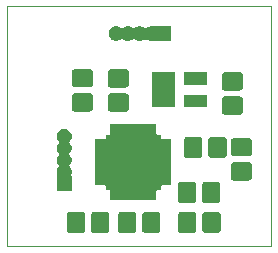
<source format=gbr>
G04 #@! TF.GenerationSoftware,KiCad,Pcbnew,5.0.0-fee4fd1~66~ubuntu16.04.1*
G04 #@! TF.CreationDate,2018-10-28T21:05:27-03:00*
G04 #@! TF.ProjectId,MMA7361,4D4D41373336312E6B696361645F7063,rev?*
G04 #@! TF.SameCoordinates,Original*
G04 #@! TF.FileFunction,Soldermask,Top*
G04 #@! TF.FilePolarity,Negative*
%FSLAX46Y46*%
G04 Gerber Fmt 4.6, Leading zero omitted, Abs format (unit mm)*
G04 Created by KiCad (PCBNEW 5.0.0-fee4fd1~66~ubuntu16.04.1) date Sun Oct 28 21:05:27 2018*
%MOMM*%
%LPD*%
G01*
G04 APERTURE LIST*
%ADD10C,0.100000*%
G04 APERTURE END LIST*
D10*
X142494000Y-98806000D02*
X142494000Y-78486000D01*
X164846000Y-98806000D02*
X142494000Y-98806000D01*
X164846000Y-78486000D02*
X164846000Y-98806000D01*
X142494000Y-78486000D02*
X164846000Y-78486000D01*
G36*
X155255530Y-95879710D02*
X155305379Y-95894831D01*
X155351311Y-95919382D01*
X155391574Y-95952426D01*
X155424618Y-95992689D01*
X155449169Y-96038621D01*
X155464290Y-96088470D01*
X155470000Y-96146444D01*
X155470000Y-97401556D01*
X155464290Y-97459530D01*
X155449169Y-97509379D01*
X155424618Y-97555311D01*
X155391574Y-97595574D01*
X155351311Y-97628618D01*
X155305379Y-97653169D01*
X155255530Y-97668290D01*
X155197556Y-97674000D01*
X154192444Y-97674000D01*
X154134470Y-97668290D01*
X154084621Y-97653169D01*
X154038689Y-97628618D01*
X153998426Y-97595574D01*
X153965382Y-97555311D01*
X153940831Y-97509379D01*
X153925710Y-97459530D01*
X153920000Y-97401556D01*
X153920000Y-96146444D01*
X153925710Y-96088470D01*
X153940831Y-96038621D01*
X153965382Y-95992689D01*
X153998426Y-95952426D01*
X154038689Y-95919382D01*
X154084621Y-95894831D01*
X154134470Y-95879710D01*
X154192444Y-95874000D01*
X155197556Y-95874000D01*
X155255530Y-95879710D01*
X155255530Y-95879710D01*
G37*
G36*
X158294530Y-95879710D02*
X158344379Y-95894831D01*
X158390311Y-95919382D01*
X158430574Y-95952426D01*
X158463618Y-95992689D01*
X158488169Y-96038621D01*
X158503290Y-96088470D01*
X158509000Y-96146444D01*
X158509000Y-97401556D01*
X158503290Y-97459530D01*
X158488169Y-97509379D01*
X158463618Y-97555311D01*
X158430574Y-97595574D01*
X158390311Y-97628618D01*
X158344379Y-97653169D01*
X158294530Y-97668290D01*
X158236556Y-97674000D01*
X157231444Y-97674000D01*
X157173470Y-97668290D01*
X157123621Y-97653169D01*
X157077689Y-97628618D01*
X157037426Y-97595574D01*
X157004382Y-97555311D01*
X156979831Y-97509379D01*
X156964710Y-97459530D01*
X156959000Y-97401556D01*
X156959000Y-96146444D01*
X156964710Y-96088470D01*
X156979831Y-96038621D01*
X157004382Y-95992689D01*
X157037426Y-95952426D01*
X157077689Y-95919382D01*
X157123621Y-95894831D01*
X157173470Y-95879710D01*
X157231444Y-95874000D01*
X158236556Y-95874000D01*
X158294530Y-95879710D01*
X158294530Y-95879710D01*
G37*
G36*
X160344530Y-95879710D02*
X160394379Y-95894831D01*
X160440311Y-95919382D01*
X160480574Y-95952426D01*
X160513618Y-95992689D01*
X160538169Y-96038621D01*
X160553290Y-96088470D01*
X160559000Y-96146444D01*
X160559000Y-97401556D01*
X160553290Y-97459530D01*
X160538169Y-97509379D01*
X160513618Y-97555311D01*
X160480574Y-97595574D01*
X160440311Y-97628618D01*
X160394379Y-97653169D01*
X160344530Y-97668290D01*
X160286556Y-97674000D01*
X159281444Y-97674000D01*
X159223470Y-97668290D01*
X159173621Y-97653169D01*
X159127689Y-97628618D01*
X159087426Y-97595574D01*
X159054382Y-97555311D01*
X159029831Y-97509379D01*
X159014710Y-97459530D01*
X159009000Y-97401556D01*
X159009000Y-96146444D01*
X159014710Y-96088470D01*
X159029831Y-96038621D01*
X159054382Y-95992689D01*
X159087426Y-95952426D01*
X159127689Y-95919382D01*
X159173621Y-95894831D01*
X159223470Y-95879710D01*
X159281444Y-95874000D01*
X160286556Y-95874000D01*
X160344530Y-95879710D01*
X160344530Y-95879710D01*
G37*
G36*
X148878530Y-95879710D02*
X148928379Y-95894831D01*
X148974311Y-95919382D01*
X149014574Y-95952426D01*
X149047618Y-95992689D01*
X149072169Y-96038621D01*
X149087290Y-96088470D01*
X149093000Y-96146444D01*
X149093000Y-97401556D01*
X149087290Y-97459530D01*
X149072169Y-97509379D01*
X149047618Y-97555311D01*
X149014574Y-97595574D01*
X148974311Y-97628618D01*
X148928379Y-97653169D01*
X148878530Y-97668290D01*
X148820556Y-97674000D01*
X147815444Y-97674000D01*
X147757470Y-97668290D01*
X147707621Y-97653169D01*
X147661689Y-97628618D01*
X147621426Y-97595574D01*
X147588382Y-97555311D01*
X147563831Y-97509379D01*
X147548710Y-97459530D01*
X147543000Y-97401556D01*
X147543000Y-96146444D01*
X147548710Y-96088470D01*
X147563831Y-96038621D01*
X147588382Y-95992689D01*
X147621426Y-95952426D01*
X147661689Y-95919382D01*
X147707621Y-95894831D01*
X147757470Y-95879710D01*
X147815444Y-95874000D01*
X148820556Y-95874000D01*
X148878530Y-95879710D01*
X148878530Y-95879710D01*
G37*
G36*
X150928530Y-95879710D02*
X150978379Y-95894831D01*
X151024311Y-95919382D01*
X151064574Y-95952426D01*
X151097618Y-95992689D01*
X151122169Y-96038621D01*
X151137290Y-96088470D01*
X151143000Y-96146444D01*
X151143000Y-97401556D01*
X151137290Y-97459530D01*
X151122169Y-97509379D01*
X151097618Y-97555311D01*
X151064574Y-97595574D01*
X151024311Y-97628618D01*
X150978379Y-97653169D01*
X150928530Y-97668290D01*
X150870556Y-97674000D01*
X149865444Y-97674000D01*
X149807470Y-97668290D01*
X149757621Y-97653169D01*
X149711689Y-97628618D01*
X149671426Y-97595574D01*
X149638382Y-97555311D01*
X149613831Y-97509379D01*
X149598710Y-97459530D01*
X149593000Y-97401556D01*
X149593000Y-96146444D01*
X149598710Y-96088470D01*
X149613831Y-96038621D01*
X149638382Y-95992689D01*
X149671426Y-95952426D01*
X149711689Y-95919382D01*
X149757621Y-95894831D01*
X149807470Y-95879710D01*
X149865444Y-95874000D01*
X150870556Y-95874000D01*
X150928530Y-95879710D01*
X150928530Y-95879710D01*
G37*
G36*
X153205530Y-95879710D02*
X153255379Y-95894831D01*
X153301311Y-95919382D01*
X153341574Y-95952426D01*
X153374618Y-95992689D01*
X153399169Y-96038621D01*
X153414290Y-96088470D01*
X153420000Y-96146444D01*
X153420000Y-97401556D01*
X153414290Y-97459530D01*
X153399169Y-97509379D01*
X153374618Y-97555311D01*
X153341574Y-97595574D01*
X153301311Y-97628618D01*
X153255379Y-97653169D01*
X153205530Y-97668290D01*
X153147556Y-97674000D01*
X152142444Y-97674000D01*
X152084470Y-97668290D01*
X152034621Y-97653169D01*
X151988689Y-97628618D01*
X151948426Y-97595574D01*
X151915382Y-97555311D01*
X151890831Y-97509379D01*
X151875710Y-97459530D01*
X151870000Y-97401556D01*
X151870000Y-96146444D01*
X151875710Y-96088470D01*
X151890831Y-96038621D01*
X151915382Y-95992689D01*
X151948426Y-95952426D01*
X151988689Y-95919382D01*
X152034621Y-95894831D01*
X152084470Y-95879710D01*
X152142444Y-95874000D01*
X153147556Y-95874000D01*
X153205530Y-95879710D01*
X153205530Y-95879710D01*
G37*
G36*
X158276530Y-93339710D02*
X158326379Y-93354831D01*
X158372311Y-93379382D01*
X158412574Y-93412426D01*
X158445618Y-93452689D01*
X158470169Y-93498621D01*
X158485290Y-93548470D01*
X158491000Y-93606444D01*
X158491000Y-94861556D01*
X158485290Y-94919530D01*
X158470169Y-94969379D01*
X158445618Y-95015311D01*
X158412574Y-95055574D01*
X158372311Y-95088618D01*
X158326379Y-95113169D01*
X158276530Y-95128290D01*
X158218556Y-95134000D01*
X157213444Y-95134000D01*
X157155470Y-95128290D01*
X157105621Y-95113169D01*
X157059689Y-95088618D01*
X157019426Y-95055574D01*
X156986382Y-95015311D01*
X156961831Y-94969379D01*
X156946710Y-94919530D01*
X156941000Y-94861556D01*
X156941000Y-93606444D01*
X156946710Y-93548470D01*
X156961831Y-93498621D01*
X156986382Y-93452689D01*
X157019426Y-93412426D01*
X157059689Y-93379382D01*
X157105621Y-93354831D01*
X157155470Y-93339710D01*
X157213444Y-93334000D01*
X158218556Y-93334000D01*
X158276530Y-93339710D01*
X158276530Y-93339710D01*
G37*
G36*
X160326530Y-93339710D02*
X160376379Y-93354831D01*
X160422311Y-93379382D01*
X160462574Y-93412426D01*
X160495618Y-93452689D01*
X160520169Y-93498621D01*
X160535290Y-93548470D01*
X160541000Y-93606444D01*
X160541000Y-94861556D01*
X160535290Y-94919530D01*
X160520169Y-94969379D01*
X160495618Y-95015311D01*
X160462574Y-95055574D01*
X160422311Y-95088618D01*
X160376379Y-95113169D01*
X160326530Y-95128290D01*
X160268556Y-95134000D01*
X159263444Y-95134000D01*
X159205470Y-95128290D01*
X159155621Y-95113169D01*
X159109689Y-95088618D01*
X159069426Y-95055574D01*
X159036382Y-95015311D01*
X159011831Y-94969379D01*
X158996710Y-94919530D01*
X158991000Y-94861556D01*
X158991000Y-93606444D01*
X158996710Y-93548470D01*
X159011831Y-93498621D01*
X159036382Y-93452689D01*
X159069426Y-93412426D01*
X159109689Y-93379382D01*
X159155621Y-93354831D01*
X159205470Y-93339710D01*
X159263444Y-93334000D01*
X160268556Y-93334000D01*
X160326530Y-93339710D01*
X160326530Y-93339710D01*
G37*
G36*
X155112000Y-89244000D02*
X155114402Y-89268386D01*
X155121515Y-89291835D01*
X155133066Y-89313446D01*
X155148612Y-89332388D01*
X155167554Y-89347934D01*
X155189165Y-89359485D01*
X155212614Y-89366598D01*
X155237000Y-89369000D01*
X155487000Y-89369000D01*
X155487000Y-89619000D01*
X155489402Y-89643386D01*
X155496515Y-89666835D01*
X155508066Y-89688446D01*
X155523612Y-89707388D01*
X155542554Y-89722934D01*
X155564165Y-89734485D01*
X155587614Y-89741598D01*
X155612000Y-89744000D01*
X156387000Y-89744000D01*
X156387000Y-93644000D01*
X155612000Y-93644000D01*
X155587614Y-93646402D01*
X155564165Y-93653515D01*
X155542554Y-93665066D01*
X155523612Y-93680612D01*
X155508066Y-93699554D01*
X155496515Y-93721165D01*
X155489402Y-93744614D01*
X155487000Y-93769000D01*
X155487000Y-94019000D01*
X155237000Y-94019000D01*
X155212614Y-94021402D01*
X155189165Y-94028515D01*
X155167554Y-94040066D01*
X155148612Y-94055612D01*
X155133066Y-94074554D01*
X155121515Y-94096165D01*
X155114402Y-94119614D01*
X155112000Y-94144000D01*
X155112000Y-94919000D01*
X151212000Y-94919000D01*
X151212000Y-94144000D01*
X151209598Y-94119614D01*
X151202485Y-94096165D01*
X151190934Y-94074554D01*
X151175388Y-94055612D01*
X151156446Y-94040066D01*
X151134835Y-94028515D01*
X151111386Y-94021402D01*
X151087000Y-94019000D01*
X150837000Y-94019000D01*
X150837000Y-93769000D01*
X150834598Y-93744614D01*
X150827485Y-93721165D01*
X150815934Y-93699554D01*
X150800388Y-93680612D01*
X150781446Y-93665066D01*
X150759835Y-93653515D01*
X150736386Y-93646402D01*
X150712000Y-93644000D01*
X149937000Y-93644000D01*
X149937000Y-89744000D01*
X150712000Y-89744000D01*
X150736386Y-89741598D01*
X150759835Y-89734485D01*
X150781446Y-89722934D01*
X150800388Y-89707388D01*
X150815934Y-89688446D01*
X150827485Y-89666835D01*
X150834598Y-89643386D01*
X150837000Y-89619000D01*
X150837000Y-89369000D01*
X151087000Y-89369000D01*
X151111386Y-89366598D01*
X151134835Y-89359485D01*
X151156446Y-89347934D01*
X151175388Y-89332388D01*
X151190934Y-89313446D01*
X151202485Y-89291835D01*
X151209598Y-89268386D01*
X151212000Y-89244000D01*
X151212000Y-88469000D01*
X155112000Y-88469000D01*
X155112000Y-89244000D01*
X155112000Y-89244000D01*
G37*
G36*
X147442521Y-88856043D02*
X147560334Y-88891781D01*
X147668911Y-88949817D01*
X147764080Y-89027920D01*
X147842183Y-89123089D01*
X147900219Y-89231666D01*
X147935957Y-89349479D01*
X147948024Y-89472000D01*
X147935957Y-89594521D01*
X147900219Y-89712334D01*
X147842183Y-89820911D01*
X147783254Y-89892716D01*
X147769651Y-89913075D01*
X147760274Y-89935713D01*
X147755493Y-89959747D01*
X147755493Y-89984251D01*
X147760273Y-90008285D01*
X147769650Y-90030924D01*
X147783254Y-90051284D01*
X147842183Y-90123089D01*
X147900219Y-90231666D01*
X147935957Y-90349479D01*
X147948024Y-90472000D01*
X147935957Y-90594521D01*
X147900219Y-90712334D01*
X147842183Y-90820911D01*
X147783254Y-90892716D01*
X147769651Y-90913075D01*
X147760274Y-90935713D01*
X147755493Y-90959747D01*
X147755493Y-90984251D01*
X147760273Y-91008285D01*
X147769650Y-91030924D01*
X147783254Y-91051284D01*
X147842183Y-91123089D01*
X147900219Y-91231666D01*
X147935957Y-91349479D01*
X147948024Y-91472000D01*
X147935957Y-91594521D01*
X147900219Y-91712334D01*
X147842183Y-91820911D01*
X147783254Y-91892716D01*
X147769651Y-91913075D01*
X147760274Y-91935713D01*
X147755493Y-91959747D01*
X147755493Y-91984251D01*
X147760273Y-92008285D01*
X147769650Y-92030924D01*
X147783254Y-92051284D01*
X147842183Y-92123089D01*
X147900219Y-92231666D01*
X147935957Y-92349479D01*
X147948024Y-92472000D01*
X147935957Y-92594521D01*
X147908291Y-92685724D01*
X147903512Y-92709748D01*
X147903512Y-92734252D01*
X147908292Y-92758285D01*
X147917670Y-92780924D01*
X147931284Y-92801299D01*
X147945000Y-92815015D01*
X147945000Y-94097000D01*
X146695000Y-94097000D01*
X146695000Y-92814884D01*
X146700478Y-92810388D01*
X146716024Y-92791446D01*
X146727575Y-92769835D01*
X146734688Y-92746386D01*
X146737090Y-92722000D01*
X146734688Y-92697614D01*
X146731712Y-92685734D01*
X146704043Y-92594521D01*
X146691976Y-92472000D01*
X146704043Y-92349479D01*
X146739781Y-92231666D01*
X146797817Y-92123089D01*
X146856746Y-92051284D01*
X146870349Y-92030925D01*
X146879726Y-92008287D01*
X146884507Y-91984253D01*
X146884507Y-91959749D01*
X146879727Y-91935715D01*
X146870350Y-91913076D01*
X146856746Y-91892716D01*
X146797817Y-91820911D01*
X146739781Y-91712334D01*
X146704043Y-91594521D01*
X146691976Y-91472000D01*
X146704043Y-91349479D01*
X146739781Y-91231666D01*
X146797817Y-91123089D01*
X146856746Y-91051284D01*
X146870349Y-91030925D01*
X146879726Y-91008287D01*
X146884507Y-90984253D01*
X146884507Y-90959749D01*
X146879727Y-90935715D01*
X146870350Y-90913076D01*
X146856746Y-90892716D01*
X146797817Y-90820911D01*
X146739781Y-90712334D01*
X146704043Y-90594521D01*
X146691976Y-90472000D01*
X146704043Y-90349479D01*
X146739781Y-90231666D01*
X146797817Y-90123089D01*
X146856746Y-90051284D01*
X146870349Y-90030925D01*
X146879726Y-90008287D01*
X146884507Y-89984253D01*
X146884507Y-89959749D01*
X146879727Y-89935715D01*
X146870350Y-89913076D01*
X146856746Y-89892716D01*
X146797817Y-89820911D01*
X146739781Y-89712334D01*
X146704043Y-89594521D01*
X146691976Y-89472000D01*
X146704043Y-89349479D01*
X146739781Y-89231666D01*
X146797817Y-89123089D01*
X146875920Y-89027920D01*
X146971089Y-88949817D01*
X147079666Y-88891781D01*
X147197479Y-88856043D01*
X147289296Y-88847000D01*
X147350704Y-88847000D01*
X147442521Y-88856043D01*
X147442521Y-88856043D01*
G37*
G36*
X162991530Y-91686710D02*
X163041379Y-91701831D01*
X163087311Y-91726382D01*
X163127574Y-91759426D01*
X163160618Y-91799689D01*
X163185169Y-91845621D01*
X163200290Y-91895470D01*
X163206000Y-91953444D01*
X163206000Y-92958556D01*
X163200290Y-93016530D01*
X163185169Y-93066379D01*
X163160618Y-93112311D01*
X163127574Y-93152574D01*
X163087311Y-93185618D01*
X163041379Y-93210169D01*
X162991530Y-93225290D01*
X162933556Y-93231000D01*
X161678444Y-93231000D01*
X161620470Y-93225290D01*
X161570621Y-93210169D01*
X161524689Y-93185618D01*
X161484426Y-93152574D01*
X161451382Y-93112311D01*
X161426831Y-93066379D01*
X161411710Y-93016530D01*
X161406000Y-92958556D01*
X161406000Y-91953444D01*
X161411710Y-91895470D01*
X161426831Y-91845621D01*
X161451382Y-91799689D01*
X161484426Y-91759426D01*
X161524689Y-91726382D01*
X161570621Y-91701831D01*
X161620470Y-91686710D01*
X161678444Y-91681000D01*
X162933556Y-91681000D01*
X162991530Y-91686710D01*
X162991530Y-91686710D01*
G37*
G36*
X158802530Y-89529710D02*
X158852379Y-89544831D01*
X158898311Y-89569382D01*
X158938574Y-89602426D01*
X158971618Y-89642689D01*
X158996169Y-89688621D01*
X159011290Y-89738470D01*
X159017000Y-89796444D01*
X159017000Y-91051556D01*
X159011290Y-91109530D01*
X158996169Y-91159379D01*
X158971618Y-91205311D01*
X158938574Y-91245574D01*
X158898311Y-91278618D01*
X158852379Y-91303169D01*
X158802530Y-91318290D01*
X158744556Y-91324000D01*
X157739444Y-91324000D01*
X157681470Y-91318290D01*
X157631621Y-91303169D01*
X157585689Y-91278618D01*
X157545426Y-91245574D01*
X157512382Y-91205311D01*
X157487831Y-91159379D01*
X157472710Y-91109530D01*
X157467000Y-91051556D01*
X157467000Y-89796444D01*
X157472710Y-89738470D01*
X157487831Y-89688621D01*
X157512382Y-89642689D01*
X157545426Y-89602426D01*
X157585689Y-89569382D01*
X157631621Y-89544831D01*
X157681470Y-89529710D01*
X157739444Y-89524000D01*
X158744556Y-89524000D01*
X158802530Y-89529710D01*
X158802530Y-89529710D01*
G37*
G36*
X160852530Y-89529710D02*
X160902379Y-89544831D01*
X160948311Y-89569382D01*
X160988574Y-89602426D01*
X161021618Y-89642689D01*
X161046169Y-89688621D01*
X161061290Y-89738470D01*
X161067000Y-89796444D01*
X161067000Y-91051556D01*
X161061290Y-91109530D01*
X161046169Y-91159379D01*
X161021618Y-91205311D01*
X160988574Y-91245574D01*
X160948311Y-91278618D01*
X160902379Y-91303169D01*
X160852530Y-91318290D01*
X160794556Y-91324000D01*
X159789444Y-91324000D01*
X159731470Y-91318290D01*
X159681621Y-91303169D01*
X159635689Y-91278618D01*
X159595426Y-91245574D01*
X159562382Y-91205311D01*
X159537831Y-91159379D01*
X159522710Y-91109530D01*
X159517000Y-91051556D01*
X159517000Y-89796444D01*
X159522710Y-89738470D01*
X159537831Y-89688621D01*
X159562382Y-89642689D01*
X159595426Y-89602426D01*
X159635689Y-89569382D01*
X159681621Y-89544831D01*
X159731470Y-89529710D01*
X159789444Y-89524000D01*
X160794556Y-89524000D01*
X160852530Y-89529710D01*
X160852530Y-89529710D01*
G37*
G36*
X162991530Y-89636710D02*
X163041379Y-89651831D01*
X163087311Y-89676382D01*
X163127574Y-89709426D01*
X163160618Y-89749689D01*
X163185169Y-89795621D01*
X163200290Y-89845470D01*
X163206000Y-89903444D01*
X163206000Y-90908556D01*
X163200290Y-90966530D01*
X163185169Y-91016379D01*
X163160618Y-91062311D01*
X163127574Y-91102574D01*
X163087311Y-91135618D01*
X163041379Y-91160169D01*
X162991530Y-91175290D01*
X162933556Y-91181000D01*
X161678444Y-91181000D01*
X161620470Y-91175290D01*
X161570621Y-91160169D01*
X161524689Y-91135618D01*
X161484426Y-91102574D01*
X161451382Y-91062311D01*
X161426831Y-91016379D01*
X161411710Y-90966530D01*
X161406000Y-90908556D01*
X161406000Y-89903444D01*
X161411710Y-89845470D01*
X161426831Y-89795621D01*
X161451382Y-89749689D01*
X161484426Y-89709426D01*
X161524689Y-89676382D01*
X161570621Y-89651831D01*
X161620470Y-89636710D01*
X161678444Y-89631000D01*
X162933556Y-89631000D01*
X162991530Y-89636710D01*
X162991530Y-89636710D01*
G37*
G36*
X162229530Y-86116710D02*
X162279379Y-86131831D01*
X162325311Y-86156382D01*
X162365574Y-86189426D01*
X162398618Y-86229689D01*
X162423169Y-86275621D01*
X162438290Y-86325470D01*
X162444000Y-86383444D01*
X162444000Y-87388556D01*
X162438290Y-87446530D01*
X162423169Y-87496379D01*
X162398618Y-87542311D01*
X162365574Y-87582574D01*
X162325311Y-87615618D01*
X162279379Y-87640169D01*
X162229530Y-87655290D01*
X162171556Y-87661000D01*
X160916444Y-87661000D01*
X160858470Y-87655290D01*
X160808621Y-87640169D01*
X160762689Y-87615618D01*
X160722426Y-87582574D01*
X160689382Y-87542311D01*
X160664831Y-87496379D01*
X160649710Y-87446530D01*
X160644000Y-87388556D01*
X160644000Y-86383444D01*
X160649710Y-86325470D01*
X160664831Y-86275621D01*
X160689382Y-86229689D01*
X160722426Y-86189426D01*
X160762689Y-86156382D01*
X160808621Y-86131831D01*
X160858470Y-86116710D01*
X160916444Y-86111000D01*
X162171556Y-86111000D01*
X162229530Y-86116710D01*
X162229530Y-86116710D01*
G37*
G36*
X152577530Y-85862710D02*
X152627379Y-85877831D01*
X152673311Y-85902382D01*
X152713574Y-85935426D01*
X152746618Y-85975689D01*
X152771169Y-86021621D01*
X152786290Y-86071470D01*
X152792000Y-86129444D01*
X152792000Y-87134556D01*
X152786290Y-87192530D01*
X152771169Y-87242379D01*
X152746618Y-87288311D01*
X152713574Y-87328574D01*
X152673311Y-87361618D01*
X152627379Y-87386169D01*
X152577530Y-87401290D01*
X152519556Y-87407000D01*
X151264444Y-87407000D01*
X151206470Y-87401290D01*
X151156621Y-87386169D01*
X151110689Y-87361618D01*
X151070426Y-87328574D01*
X151037382Y-87288311D01*
X151012831Y-87242379D01*
X150997710Y-87192530D01*
X150992000Y-87134556D01*
X150992000Y-86129444D01*
X150997710Y-86071470D01*
X151012831Y-86021621D01*
X151037382Y-85975689D01*
X151070426Y-85935426D01*
X151110689Y-85902382D01*
X151156621Y-85877831D01*
X151206470Y-85862710D01*
X151264444Y-85857000D01*
X152519556Y-85857000D01*
X152577530Y-85862710D01*
X152577530Y-85862710D01*
G37*
G36*
X149529530Y-85844710D02*
X149579379Y-85859831D01*
X149625311Y-85884382D01*
X149665574Y-85917426D01*
X149698618Y-85957689D01*
X149723169Y-86003621D01*
X149738290Y-86053470D01*
X149744000Y-86111444D01*
X149744000Y-87116556D01*
X149738290Y-87174530D01*
X149723169Y-87224379D01*
X149698618Y-87270311D01*
X149665574Y-87310574D01*
X149625311Y-87343618D01*
X149579379Y-87368169D01*
X149529530Y-87383290D01*
X149471556Y-87389000D01*
X148216444Y-87389000D01*
X148158470Y-87383290D01*
X148108621Y-87368169D01*
X148062689Y-87343618D01*
X148022426Y-87310574D01*
X147989382Y-87270311D01*
X147964831Y-87224379D01*
X147949710Y-87174530D01*
X147944000Y-87116556D01*
X147944000Y-86111444D01*
X147949710Y-86053470D01*
X147964831Y-86003621D01*
X147989382Y-85957689D01*
X148022426Y-85917426D01*
X148062689Y-85884382D01*
X148108621Y-85859831D01*
X148158470Y-85844710D01*
X148216444Y-85839000D01*
X149471556Y-85839000D01*
X149529530Y-85844710D01*
X149529530Y-85844710D01*
G37*
G36*
X159382000Y-87007000D02*
X157422000Y-87007000D01*
X157422000Y-85957000D01*
X159382000Y-85957000D01*
X159382000Y-87007000D01*
X159382000Y-87007000D01*
G37*
G36*
X156682000Y-87007000D02*
X154722000Y-87007000D01*
X154722000Y-84057000D01*
X156682000Y-84057000D01*
X156682000Y-87007000D01*
X156682000Y-87007000D01*
G37*
G36*
X162229530Y-84066710D02*
X162279379Y-84081831D01*
X162325311Y-84106382D01*
X162365574Y-84139426D01*
X162398618Y-84179689D01*
X162423169Y-84225621D01*
X162438290Y-84275470D01*
X162444000Y-84333444D01*
X162444000Y-85338556D01*
X162438290Y-85396530D01*
X162423169Y-85446379D01*
X162398618Y-85492311D01*
X162365574Y-85532574D01*
X162325311Y-85565618D01*
X162279379Y-85590169D01*
X162229530Y-85605290D01*
X162171556Y-85611000D01*
X160916444Y-85611000D01*
X160858470Y-85605290D01*
X160808621Y-85590169D01*
X160762689Y-85565618D01*
X160722426Y-85532574D01*
X160689382Y-85492311D01*
X160664831Y-85446379D01*
X160649710Y-85396530D01*
X160644000Y-85338556D01*
X160644000Y-84333444D01*
X160649710Y-84275470D01*
X160664831Y-84225621D01*
X160689382Y-84179689D01*
X160722426Y-84139426D01*
X160762689Y-84106382D01*
X160808621Y-84081831D01*
X160858470Y-84066710D01*
X160916444Y-84061000D01*
X162171556Y-84061000D01*
X162229530Y-84066710D01*
X162229530Y-84066710D01*
G37*
G36*
X152577530Y-83812710D02*
X152627379Y-83827831D01*
X152673311Y-83852382D01*
X152713574Y-83885426D01*
X152746618Y-83925689D01*
X152771169Y-83971621D01*
X152786290Y-84021470D01*
X152792000Y-84079444D01*
X152792000Y-85084556D01*
X152786290Y-85142530D01*
X152771169Y-85192379D01*
X152746618Y-85238311D01*
X152713574Y-85278574D01*
X152673311Y-85311618D01*
X152627379Y-85336169D01*
X152577530Y-85351290D01*
X152519556Y-85357000D01*
X151264444Y-85357000D01*
X151206470Y-85351290D01*
X151156621Y-85336169D01*
X151110689Y-85311618D01*
X151070426Y-85278574D01*
X151037382Y-85238311D01*
X151012831Y-85192379D01*
X150997710Y-85142530D01*
X150992000Y-85084556D01*
X150992000Y-84079444D01*
X150997710Y-84021470D01*
X151012831Y-83971621D01*
X151037382Y-83925689D01*
X151070426Y-83885426D01*
X151110689Y-83852382D01*
X151156621Y-83827831D01*
X151206470Y-83812710D01*
X151264444Y-83807000D01*
X152519556Y-83807000D01*
X152577530Y-83812710D01*
X152577530Y-83812710D01*
G37*
G36*
X149529530Y-83794710D02*
X149579379Y-83809831D01*
X149625311Y-83834382D01*
X149665574Y-83867426D01*
X149698618Y-83907689D01*
X149723169Y-83953621D01*
X149738290Y-84003470D01*
X149744000Y-84061444D01*
X149744000Y-85066556D01*
X149738290Y-85124530D01*
X149723169Y-85174379D01*
X149698618Y-85220311D01*
X149665574Y-85260574D01*
X149625311Y-85293618D01*
X149579379Y-85318169D01*
X149529530Y-85333290D01*
X149471556Y-85339000D01*
X148216444Y-85339000D01*
X148158470Y-85333290D01*
X148108621Y-85318169D01*
X148062689Y-85293618D01*
X148022426Y-85260574D01*
X147989382Y-85220311D01*
X147964831Y-85174379D01*
X147949710Y-85124530D01*
X147944000Y-85066556D01*
X147944000Y-84061444D01*
X147949710Y-84003470D01*
X147964831Y-83953621D01*
X147989382Y-83907689D01*
X148022426Y-83867426D01*
X148062689Y-83834382D01*
X148108621Y-83809831D01*
X148158470Y-83794710D01*
X148216444Y-83789000D01*
X149471556Y-83789000D01*
X149529530Y-83794710D01*
X149529530Y-83794710D01*
G37*
G36*
X159382000Y-85107000D02*
X157422000Y-85107000D01*
X157422000Y-84057000D01*
X159382000Y-84057000D01*
X159382000Y-85107000D01*
X159382000Y-85107000D01*
G37*
G36*
X151824521Y-80156043D02*
X151942334Y-80191781D01*
X152050911Y-80249817D01*
X152122716Y-80308746D01*
X152143075Y-80322349D01*
X152165713Y-80331726D01*
X152189747Y-80336507D01*
X152214251Y-80336507D01*
X152238285Y-80331727D01*
X152260924Y-80322350D01*
X152281284Y-80308746D01*
X152353089Y-80249817D01*
X152461666Y-80191781D01*
X152579479Y-80156043D01*
X152671296Y-80147000D01*
X152732704Y-80147000D01*
X152824521Y-80156043D01*
X152942334Y-80191781D01*
X153050911Y-80249817D01*
X153122716Y-80308746D01*
X153143075Y-80322349D01*
X153165713Y-80331726D01*
X153189747Y-80336507D01*
X153214251Y-80336507D01*
X153238285Y-80331727D01*
X153260924Y-80322350D01*
X153281284Y-80308746D01*
X153353089Y-80249817D01*
X153461666Y-80191781D01*
X153579479Y-80156043D01*
X153671296Y-80147000D01*
X153732704Y-80147000D01*
X153824521Y-80156043D01*
X153942334Y-80191781D01*
X154050911Y-80249817D01*
X154122716Y-80308746D01*
X154143075Y-80322349D01*
X154165713Y-80331726D01*
X154189747Y-80336507D01*
X154214251Y-80336507D01*
X154238285Y-80331727D01*
X154260924Y-80322350D01*
X154281284Y-80308746D01*
X154353089Y-80249817D01*
X154461666Y-80191781D01*
X154579479Y-80156043D01*
X154671296Y-80147000D01*
X154732704Y-80147000D01*
X154824521Y-80156043D01*
X154915724Y-80183709D01*
X154939748Y-80188488D01*
X154964252Y-80188488D01*
X154988285Y-80183708D01*
X155010924Y-80174330D01*
X155031299Y-80160716D01*
X155045015Y-80147000D01*
X156327000Y-80147000D01*
X156327000Y-81397000D01*
X155044884Y-81397000D01*
X155040388Y-81391522D01*
X155021446Y-81375976D01*
X154999835Y-81364425D01*
X154976386Y-81357312D01*
X154952000Y-81354910D01*
X154927614Y-81357312D01*
X154915734Y-81360288D01*
X154824521Y-81387957D01*
X154732704Y-81397000D01*
X154671296Y-81397000D01*
X154579479Y-81387957D01*
X154461666Y-81352219D01*
X154353089Y-81294183D01*
X154281284Y-81235254D01*
X154260925Y-81221651D01*
X154238287Y-81212274D01*
X154214253Y-81207493D01*
X154189749Y-81207493D01*
X154165715Y-81212273D01*
X154143076Y-81221650D01*
X154122716Y-81235254D01*
X154050911Y-81294183D01*
X153942334Y-81352219D01*
X153824521Y-81387957D01*
X153732704Y-81397000D01*
X153671296Y-81397000D01*
X153579479Y-81387957D01*
X153461666Y-81352219D01*
X153353089Y-81294183D01*
X153281284Y-81235254D01*
X153260925Y-81221651D01*
X153238287Y-81212274D01*
X153214253Y-81207493D01*
X153189749Y-81207493D01*
X153165715Y-81212273D01*
X153143076Y-81221650D01*
X153122716Y-81235254D01*
X153050911Y-81294183D01*
X152942334Y-81352219D01*
X152824521Y-81387957D01*
X152732704Y-81397000D01*
X152671296Y-81397000D01*
X152579479Y-81387957D01*
X152461666Y-81352219D01*
X152353089Y-81294183D01*
X152281284Y-81235254D01*
X152260925Y-81221651D01*
X152238287Y-81212274D01*
X152214253Y-81207493D01*
X152189749Y-81207493D01*
X152165715Y-81212273D01*
X152143076Y-81221650D01*
X152122716Y-81235254D01*
X152050911Y-81294183D01*
X151942334Y-81352219D01*
X151824521Y-81387957D01*
X151732704Y-81397000D01*
X151671296Y-81397000D01*
X151579479Y-81387957D01*
X151461666Y-81352219D01*
X151353089Y-81294183D01*
X151257920Y-81216080D01*
X151179817Y-81120911D01*
X151121781Y-81012334D01*
X151086043Y-80894521D01*
X151073976Y-80772000D01*
X151086043Y-80649479D01*
X151121781Y-80531666D01*
X151179817Y-80423089D01*
X151257920Y-80327920D01*
X151353089Y-80249817D01*
X151461666Y-80191781D01*
X151579479Y-80156043D01*
X151671296Y-80147000D01*
X151732704Y-80147000D01*
X151824521Y-80156043D01*
X151824521Y-80156043D01*
G37*
M02*

</source>
